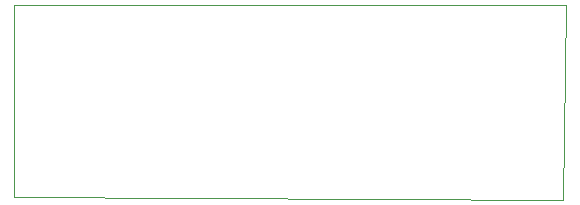
<source format=gm1>
%TF.GenerationSoftware,KiCad,Pcbnew,(5.1.8)-1*%
%TF.CreationDate,2021-01-30T22:15:32+07:00*%
%TF.ProjectId,TTL232,54544c32-3332-42e6-9b69-6361645f7063,rev?*%
%TF.SameCoordinates,Original*%
%TF.FileFunction,Profile,NP*%
%FSLAX46Y46*%
G04 Gerber Fmt 4.6, Leading zero omitted, Abs format (unit mm)*
G04 Created by KiCad (PCBNEW (5.1.8)-1) date 2021-01-30 22:15:32*
%MOMM*%
%LPD*%
G01*
G04 APERTURE LIST*
%TA.AperFunction,Profile*%
%ADD10C,0.050000*%
%TD*%
G04 APERTURE END LIST*
D10*
X121666000Y-72136000D02*
X121666000Y-55880000D01*
X168148000Y-72390000D02*
X121666000Y-72136000D01*
X168402000Y-55880000D02*
X168148000Y-72390000D01*
X121666000Y-55880000D02*
X168402000Y-55880000D01*
M02*

</source>
